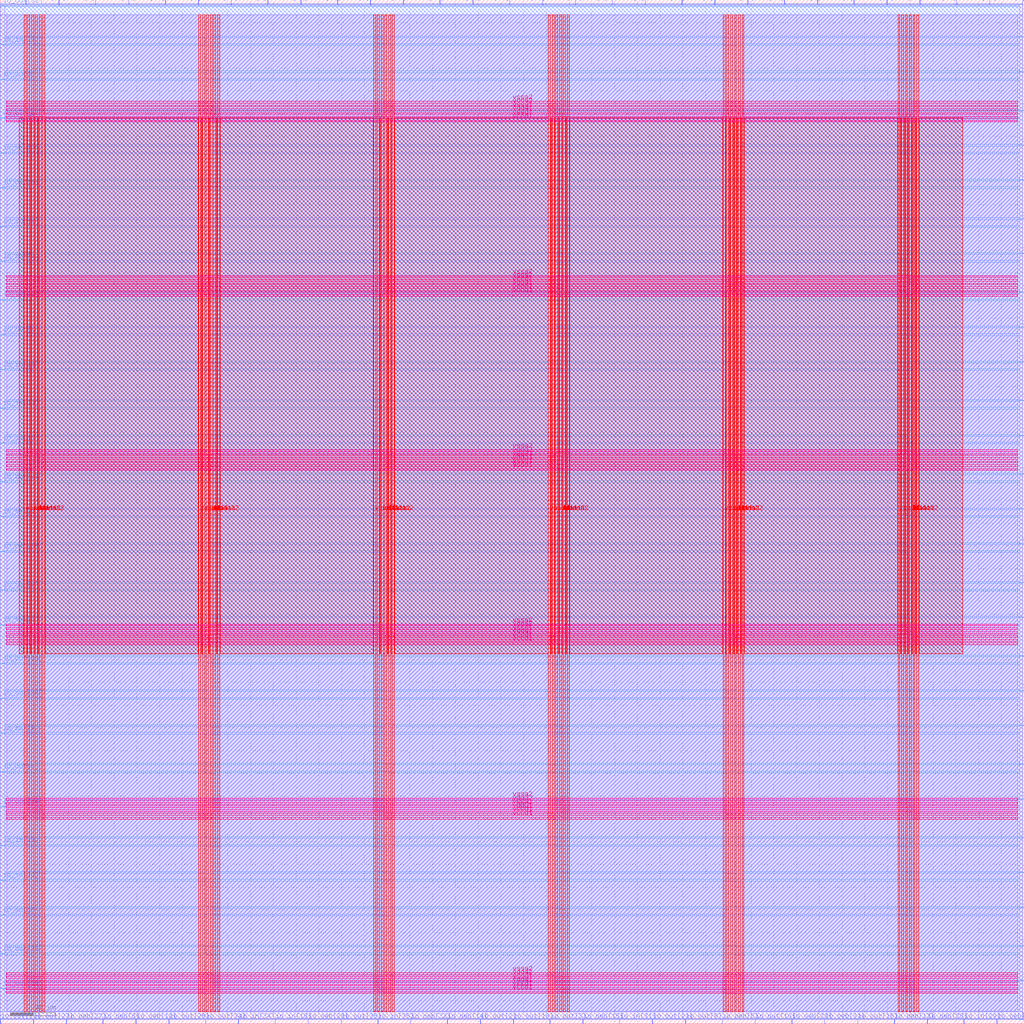
<source format=lef>
VERSION 5.7 ;
  NOWIREEXTENSIONATPIN ON ;
  DIVIDERCHAR "/" ;
  BUSBITCHARS "[]" ;
MACRO vajra_caravel_soc
  CLASS BLOCK ;
  FOREIGN vajra_caravel_soc ;
  ORIGIN 0.000 0.000 ;
  SIZE 900.000 BY 900.000 ;
  PIN io_in[0]
    DIRECTION INPUT ;
    USE SIGNAL ;
    PORT
      LAYER met3 ;
        RECT 896.000 867.040 900.000 867.640 ;
    END
  END io_in[0]
  PIN io_in[10]
    DIRECTION INPUT ;
    USE SIGNAL ;
    PORT
      LAYER met3 ;
        RECT 896.000 197.240 900.000 197.840 ;
    END
  END io_in[10]
  PIN io_in[11]
    DIRECTION INPUT ;
    USE SIGNAL ;
    PORT
      LAYER met2 ;
        RECT 112.790 896.000 113.070 900.000 ;
    END
  END io_in[11]
  PIN io_in[12]
    DIRECTION INPUT ;
    USE SIGNAL ;
    PORT
      LAYER met3 ;
        RECT 0.000 510.040 4.000 510.640 ;
    END
  END io_in[12]
  PIN io_in[13]
    DIRECTION INPUT ;
    USE SIGNAL ;
    PORT
      LAYER met2 ;
        RECT 808.310 896.000 808.590 900.000 ;
    END
  END io_in[13]
  PIN io_in[14]
    DIRECTION INPUT ;
    USE SIGNAL ;
    PORT
      LAYER met2 ;
        RECT 656.970 896.000 657.250 900.000 ;
    END
  END io_in[14]
  PIN io_in[15]
    DIRECTION INPUT ;
    USE SIGNAL ;
    PORT
      LAYER met3 ;
        RECT 0.000 574.640 4.000 575.240 ;
    END
  END io_in[15]
  PIN io_in[16]
    DIRECTION INPUT ;
    USE SIGNAL ;
    PORT
      LAYER met3 ;
        RECT 0.000 156.440 4.000 157.040 ;
    END
  END io_in[16]
  PIN io_in[17]
    DIRECTION INPUT ;
    USE SIGNAL ;
    PORT
      LAYER met2 ;
        RECT 325.310 896.000 325.590 900.000 ;
    END
  END io_in[17]
  PIN io_in[18]
    DIRECTION INPUT ;
    USE SIGNAL ;
    PORT
      LAYER met2 ;
        RECT 241.590 0.000 241.870 4.000 ;
    END
  END io_in[18]
  PIN io_in[19]
    DIRECTION INPUT ;
    USE SIGNAL ;
    PORT
      LAYER met3 ;
        RECT 0.000 125.840 4.000 126.440 ;
    END
  END io_in[19]
  PIN io_in[1]
    DIRECTION INPUT ;
    USE SIGNAL ;
    PORT
      LAYER met3 ;
        RECT 896.000 802.440 900.000 803.040 ;
    END
  END io_in[1]
  PIN io_in[20]
    DIRECTION INPUT ;
    USE SIGNAL ;
    PORT
      LAYER met3 ;
        RECT 896.000 3.440 900.000 4.040 ;
    END
  END io_in[20]
  PIN io_in[21]
    DIRECTION INPUT ;
    USE SIGNAL ;
    PORT
      LAYER met2 ;
        RECT 779.330 896.000 779.610 900.000 ;
    END
  END io_in[21]
  PIN io_in[22]
    DIRECTION INPUT ;
    USE SIGNAL ;
    PORT
      LAYER met3 ;
        RECT 0.000 635.840 4.000 636.440 ;
    END
  END io_in[22]
  PIN io_in[23]
    DIRECTION INPUT ;
    USE SIGNAL ;
    PORT
      LAYER met3 ;
        RECT 0.000 829.640 4.000 830.240 ;
    END
  END io_in[23]
  PIN io_in[24]
    DIRECTION INPUT ;
    USE SIGNAL ;
    PORT
      LAYER met3 ;
        RECT 896.000 387.640 900.000 388.240 ;
    END
  END io_in[24]
  PIN io_in[25]
    DIRECTION INPUT ;
    USE SIGNAL ;
    PORT
      LAYER met3 ;
        RECT 0.000 95.240 4.000 95.840 ;
    END
  END io_in[25]
  PIN io_in[26]
    DIRECTION INPUT ;
    USE SIGNAL ;
    PORT
      LAYER met3 ;
        RECT 0.000 860.240 4.000 860.840 ;
    END
  END io_in[26]
  PIN io_in[27]
    DIRECTION INPUT ;
    USE SIGNAL ;
    PORT
      LAYER met2 ;
        RECT 447.670 896.000 447.950 900.000 ;
    END
  END io_in[27]
  PIN io_in[28]
    DIRECTION INPUT ;
    USE SIGNAL ;
    PORT
      LAYER met3 ;
        RECT 896.000 836.440 900.000 837.040 ;
    END
  END io_in[28]
  PIN io_in[29]
    DIRECTION INPUT ;
    USE SIGNAL ;
    PORT
      LAYER met2 ;
        RECT 846.950 0.000 847.230 4.000 ;
    END
  END io_in[29]
  PIN io_in[2]
    DIRECTION INPUT ;
    USE SIGNAL ;
    PORT
      LAYER met3 ;
        RECT 896.000 261.840 900.000 262.440 ;
    END
  END io_in[2]
  PIN io_in[30]
    DIRECTION INPUT ;
    USE SIGNAL ;
    PORT
      LAYER met2 ;
        RECT 415.470 896.000 415.750 900.000 ;
    END
  END io_in[30]
  PIN io_in[31]
    DIRECTION INPUT ;
    USE SIGNAL ;
    PORT
      LAYER met2 ;
        RECT 544.270 0.000 544.550 4.000 ;
    END
  END io_in[31]
  PIN io_in[32]
    DIRECTION INPUT ;
    USE SIGNAL ;
    PORT
      LAYER met3 ;
        RECT 896.000 452.240 900.000 452.840 ;
    END
  END io_in[32]
  PIN io_in[33]
    DIRECTION INPUT ;
    USE SIGNAL ;
    PORT
      LAYER met3 ;
        RECT 0.000 540.640 4.000 541.240 ;
    END
  END io_in[33]
  PIN io_in[34]
    DIRECTION INPUT ;
    USE SIGNAL ;
    PORT
      LAYER met2 ;
        RECT 209.390 0.000 209.670 4.000 ;
    END
  END io_in[34]
  PIN io_in[35]
    DIRECTION INPUT ;
    USE SIGNAL ;
    PORT
      LAYER met2 ;
        RECT 331.750 0.000 332.030 4.000 ;
    END
  END io_in[35]
  PIN io_in[36]
    DIRECTION INPUT ;
    USE SIGNAL ;
    PORT
      LAYER met3 ;
        RECT 896.000 68.040 900.000 68.640 ;
    END
  END io_in[36]
  PIN io_in[37]
    DIRECTION INPUT ;
    USE SIGNAL ;
    PORT
      LAYER met3 ;
        RECT 0.000 700.440 4.000 701.040 ;
    END
  END io_in[37]
  PIN io_in[3]
    DIRECTION INPUT ;
    USE SIGNAL ;
    PORT
      LAYER met2 ;
        RECT 296.330 896.000 296.610 900.000 ;
    END
  END io_in[3]
  PIN io_in[4]
    DIRECTION INPUT ;
    USE SIGNAL ;
    PORT
      LAYER met3 ;
        RECT 896.000 292.440 900.000 293.040 ;
    END
  END io_in[4]
  PIN io_in[5]
    DIRECTION INPUT ;
    USE SIGNAL ;
    PORT
      LAYER met3 ;
        RECT 896.000 482.840 900.000 483.440 ;
    END
  END io_in[5]
  PIN io_in[6]
    DIRECTION INPUT ;
    USE SIGNAL ;
    PORT
      LAYER met2 ;
        RECT 505.630 896.000 505.910 900.000 ;
    END
  END io_in[6]
  PIN io_in[7]
    DIRECTION INPUT ;
    USE SIGNAL ;
    PORT
      LAYER met3 ;
        RECT 896.000 357.040 900.000 357.640 ;
    END
  END io_in[7]
  PIN io_in[8]
    DIRECTION INPUT ;
    USE SIGNAL ;
    PORT
      LAYER met2 ;
        RECT 537.830 896.000 538.110 900.000 ;
    END
  END io_in[8]
  PIN io_in[9]
    DIRECTION INPUT ;
    USE SIGNAL ;
    PORT
      LAYER met2 ;
        RECT 599.010 896.000 599.290 900.000 ;
    END
  END io_in[9]
  PIN io_oeb[0]
    DIRECTION OUTPUT TRISTATE ;
    USE SIGNAL ;
    PORT
      LAYER met2 ;
        RECT 718.150 896.000 718.430 900.000 ;
    END
  END io_oeb[0]
  PIN io_oeb[10]
    DIRECTION OUTPUT TRISTATE ;
    USE SIGNAL ;
    PORT
      LAYER met2 ;
        RECT 898.470 896.000 898.750 900.000 ;
    END
  END io_oeb[10]
  PIN io_oeb[11]
    DIRECTION OUTPUT TRISTATE ;
    USE SIGNAL ;
    PORT
      LAYER met3 ;
        RECT 896.000 741.240 900.000 741.840 ;
    END
  END io_oeb[11]
  PIN io_oeb[12]
    DIRECTION OUTPUT TRISTATE ;
    USE SIGNAL ;
    PORT
      LAYER met2 ;
        RECT 119.230 0.000 119.510 4.000 ;
    END
  END io_oeb[12]
  PIN io_oeb[13]
    DIRECTION OUTPUT TRISTATE ;
    USE SIGNAL ;
    PORT
      LAYER met2 ;
        RECT 173.970 896.000 174.250 900.000 ;
    END
  END io_oeb[13]
  PIN io_oeb[14]
    DIRECTION OUTPUT TRISTATE ;
    USE SIGNAL ;
    PORT
      LAYER met2 ;
        RECT 392.930 0.000 393.210 4.000 ;
    END
  END io_oeb[14]
  PIN io_oeb[15]
    DIRECTION OUTPUT TRISTATE ;
    USE SIGNAL ;
    PORT
      LAYER met2 ;
        RECT 512.070 0.000 512.350 4.000 ;
    END
  END io_oeb[15]
  PIN io_oeb[16]
    DIRECTION OUTPUT TRISTATE ;
    USE SIGNAL ;
    PORT
      LAYER met3 ;
        RECT 896.000 771.840 900.000 772.440 ;
    END
  END io_oeb[16]
  PIN io_oeb[17]
    DIRECTION OUTPUT TRISTATE ;
    USE SIGNAL ;
    PORT
      LAYER met2 ;
        RECT 785.770 0.000 786.050 4.000 ;
    END
  END io_oeb[17]
  PIN io_oeb[18]
    DIRECTION OUTPUT TRISTATE ;
    USE SIGNAL ;
    PORT
      LAYER met3 ;
        RECT 896.000 581.440 900.000 582.040 ;
    END
  END io_oeb[18]
  PIN io_oeb[19]
    DIRECTION OUTPUT TRISTATE ;
    USE SIGNAL ;
    PORT
      LAYER met2 ;
        RECT 386.490 896.000 386.770 900.000 ;
    END
  END io_oeb[19]
  PIN io_oeb[1]
    DIRECTION OUTPUT TRISTATE ;
    USE SIGNAL ;
    PORT
      LAYER met3 ;
        RECT 0.000 445.440 4.000 446.040 ;
    END
  END io_oeb[1]
  PIN io_oeb[20]
    DIRECTION OUTPUT TRISTATE ;
    USE SIGNAL ;
    PORT
      LAYER met2 ;
        RECT 235.150 896.000 235.430 900.000 ;
    END
  END io_oeb[20]
  PIN io_oeb[21]
    DIRECTION OUTPUT TRISTATE ;
    USE SIGNAL ;
    PORT
      LAYER met2 ;
        RECT 476.650 896.000 476.930 900.000 ;
    END
  END io_oeb[21]
  PIN io_oeb[22]
    DIRECTION OUTPUT TRISTATE ;
    USE SIGNAL ;
    PORT
      LAYER met2 ;
        RECT 695.610 0.000 695.890 4.000 ;
    END
  END io_oeb[22]
  PIN io_oeb[23]
    DIRECTION OUTPUT TRISTATE ;
    USE SIGNAL ;
    PORT
      LAYER met2 ;
        RECT 270.570 0.000 270.850 4.000 ;
    END
  END io_oeb[23]
  PIN io_oeb[24]
    DIRECTION OUTPUT TRISTATE ;
    USE SIGNAL ;
    PORT
      LAYER met3 ;
        RECT 896.000 227.840 900.000 228.440 ;
    END
  END io_oeb[24]
  PIN io_oeb[25]
    DIRECTION OUTPUT TRISTATE ;
    USE SIGNAL ;
    PORT
      LAYER met2 ;
        RECT 264.130 896.000 264.410 900.000 ;
    END
  END io_oeb[25]
  PIN io_oeb[26]
    DIRECTION OUTPUT TRISTATE ;
    USE SIGNAL ;
    PORT
      LAYER met3 ;
        RECT 896.000 612.040 900.000 612.640 ;
    END
  END io_oeb[26]
  PIN io_oeb[27]
    DIRECTION OUTPUT TRISTATE ;
    USE SIGNAL ;
    PORT
      LAYER met2 ;
        RECT 58.050 0.000 58.330 4.000 ;
    END
  END io_oeb[27]
  PIN io_oeb[28]
    DIRECTION OUTPUT TRISTATE ;
    USE SIGNAL ;
    PORT
      LAYER met2 ;
        RECT 814.750 0.000 815.030 4.000 ;
    END
  END io_oeb[28]
  PIN io_oeb[29]
    DIRECTION OUTPUT TRISTATE ;
    USE SIGNAL ;
    PORT
      LAYER met3 ;
        RECT 896.000 163.240 900.000 163.840 ;
    END
  END io_oeb[29]
  PIN io_oeb[2]
    DIRECTION OUTPUT TRISTATE ;
    USE SIGNAL ;
    PORT
      LAYER met2 ;
        RECT 869.490 896.000 869.770 900.000 ;
    END
  END io_oeb[2]
  PIN io_oeb[30]
    DIRECTION OUTPUT TRISTATE ;
    USE SIGNAL ;
    PORT
      LAYER met3 ;
        RECT 0.000 765.040 4.000 765.640 ;
    END
  END io_oeb[30]
  PIN io_oeb[31]
    DIRECTION OUTPUT TRISTATE ;
    USE SIGNAL ;
    PORT
      LAYER met2 ;
        RECT 724.590 0.000 724.870 4.000 ;
    END
  END io_oeb[31]
  PIN io_oeb[32]
    DIRECTION OUTPUT TRISTATE ;
    USE SIGNAL ;
    PORT
      LAYER met2 ;
        RECT 360.730 0.000 361.010 4.000 ;
    END
  END io_oeb[32]
  PIN io_oeb[33]
    DIRECTION OUTPUT TRISTATE ;
    USE SIGNAL ;
    PORT
      LAYER met3 ;
        RECT 0.000 734.440 4.000 735.040 ;
    END
  END io_oeb[33]
  PIN io_oeb[34]
    DIRECTION OUTPUT TRISTATE ;
    USE SIGNAL ;
    PORT
      LAYER met3 ;
        RECT 896.000 676.640 900.000 677.240 ;
    END
  END io_oeb[34]
  PIN io_oeb[35]
    DIRECTION OUTPUT TRISTATE ;
    USE SIGNAL ;
    PORT
      LAYER met3 ;
        RECT 0.000 414.840 4.000 415.440 ;
    END
  END io_oeb[35]
  PIN io_oeb[36]
    DIRECTION OUTPUT TRISTATE ;
    USE SIGNAL ;
    PORT
      LAYER met3 ;
        RECT 896.000 37.440 900.000 38.040 ;
    END
  END io_oeb[36]
  PIN io_oeb[37]
    DIRECTION OUTPUT TRISTATE ;
    USE SIGNAL ;
    PORT
      LAYER met2 ;
        RECT 22.630 896.000 22.910 900.000 ;
    END
  END io_oeb[37]
  PIN io_oeb[3]
    DIRECTION OUTPUT TRISTATE ;
    USE SIGNAL ;
    PORT
      LAYER met2 ;
        RECT 144.990 896.000 145.270 900.000 ;
    END
  END io_oeb[3]
  PIN io_oeb[4]
    DIRECTION OUTPUT TRISTATE ;
    USE SIGNAL ;
    PORT
      LAYER met3 ;
        RECT 0.000 605.240 4.000 605.840 ;
    END
  END io_oeb[4]
  PIN io_oeb[5]
    DIRECTION OUTPUT TRISTATE ;
    USE SIGNAL ;
    PORT
      LAYER met2 ;
        RECT 634.430 0.000 634.710 4.000 ;
    END
  END io_oeb[5]
  PIN io_oeb[6]
    DIRECTION OUTPUT TRISTATE ;
    USE SIGNAL ;
    PORT
      LAYER met2 ;
        RECT 90.250 0.000 90.530 4.000 ;
    END
  END io_oeb[6]
  PIN io_oeb[7]
    DIRECTION OUTPUT TRISTATE ;
    USE SIGNAL ;
    PORT
      LAYER met3 ;
        RECT 0.000 380.840 4.000 381.440 ;
    END
  END io_oeb[7]
  PIN io_oeb[8]
    DIRECTION OUTPUT TRISTATE ;
    USE SIGNAL ;
    PORT
      LAYER met2 ;
        RECT 875.930 0.000 876.210 4.000 ;
    END
  END io_oeb[8]
  PIN io_oeb[9]
    DIRECTION OUTPUT TRISTATE ;
    USE SIGNAL ;
    PORT
      LAYER met3 ;
        RECT 896.000 516.840 900.000 517.440 ;
    END
  END io_oeb[9]
  PIN io_out[0]
    DIRECTION OUTPUT TRISTATE ;
    USE SIGNAL ;
    ANTENNADIFFAREA 0.795200 ;
    PORT
      LAYER met3 ;
        RECT 896.000 323.040 900.000 323.640 ;
    END
  END io_out[0]
  PIN io_out[10]
    DIRECTION OUTPUT TRISTATE ;
    USE SIGNAL ;
    PORT
      LAYER met2 ;
        RECT 663.410 0.000 663.690 4.000 ;
    END
  END io_out[10]
  PIN io_out[11]
    DIRECTION OUTPUT TRISTATE ;
    USE SIGNAL ;
    PORT
      LAYER met3 ;
        RECT 0.000 669.840 4.000 670.440 ;
    END
  END io_out[11]
  PIN io_out[12]
    DIRECTION OUTPUT TRISTATE ;
    USE SIGNAL ;
    PORT
      LAYER met3 ;
        RECT 896.000 132.640 900.000 133.240 ;
    END
  END io_out[12]
  PIN io_out[13]
    DIRECTION OUTPUT TRISTATE ;
    USE SIGNAL ;
    PORT
      LAYER met3 ;
        RECT 0.000 476.040 4.000 476.640 ;
    END
  END io_out[13]
  PIN io_out[14]
    DIRECTION OUTPUT TRISTATE ;
    USE SIGNAL ;
    PORT
      LAYER met3 ;
        RECT 0.000 30.640 4.000 31.240 ;
    END
  END io_out[14]
  PIN io_out[15]
    DIRECTION OUTPUT TRISTATE ;
    USE SIGNAL ;
    PORT
      LAYER met3 ;
        RECT 896.000 642.640 900.000 643.240 ;
    END
  END io_out[15]
  PIN io_out[16]
    DIRECTION OUTPUT TRISTATE ;
    USE SIGNAL ;
    PORT
      LAYER met2 ;
        RECT 753.570 0.000 753.850 4.000 ;
    END
  END io_out[16]
  PIN io_out[17]
    DIRECTION OUTPUT TRISTATE ;
    USE SIGNAL ;
    PORT
      LAYER met3 ;
        RECT 896.000 707.240 900.000 707.840 ;
    END
  END io_out[17]
  PIN io_out[18]
    DIRECTION OUTPUT TRISTATE ;
    USE SIGNAL ;
    PORT
      LAYER met2 ;
        RECT 450.890 0.000 451.170 4.000 ;
    END
  END io_out[18]
  PIN io_out[19]
    DIRECTION OUTPUT TRISTATE ;
    USE SIGNAL ;
    PORT
      LAYER met3 ;
        RECT 0.000 190.440 4.000 191.040 ;
    END
  END io_out[19]
  PIN io_out[1]
    DIRECTION OUTPUT TRISTATE ;
    USE SIGNAL ;
    PORT
      LAYER met3 ;
        RECT 0.000 350.240 4.000 350.840 ;
    END
  END io_out[1]
  PIN io_out[20]
    DIRECTION OUTPUT TRISTATE ;
    USE SIGNAL ;
    PORT
      LAYER met2 ;
        RECT 0.090 0.000 0.370 4.000 ;
    END
  END io_out[20]
  PIN io_out[21]
    DIRECTION OUTPUT TRISTATE ;
    USE SIGNAL ;
    PORT
      LAYER met2 ;
        RECT 573.250 0.000 573.530 4.000 ;
    END
  END io_out[21]
  PIN io_out[22]
    DIRECTION OUTPUT TRISTATE ;
    USE SIGNAL ;
    PORT
      LAYER met2 ;
        RECT 83.810 896.000 84.090 900.000 ;
    END
  END io_out[22]
  PIN io_out[23]
    DIRECTION OUTPUT TRISTATE ;
    USE SIGNAL ;
    PORT
      LAYER met2 ;
        RECT 354.290 896.000 354.570 900.000 ;
    END
  END io_out[23]
  PIN io_out[24]
    DIRECTION OUTPUT TRISTATE ;
    USE SIGNAL ;
    PORT
      LAYER met2 ;
        RECT 627.990 896.000 628.270 900.000 ;
    END
  END io_out[24]
  PIN io_out[25]
    DIRECTION OUTPUT TRISTATE ;
    USE SIGNAL ;
    PORT
      LAYER met3 ;
        RECT 0.000 61.240 4.000 61.840 ;
    END
  END io_out[25]
  PIN io_out[26]
    DIRECTION OUTPUT TRISTATE ;
    USE SIGNAL ;
    PORT
      LAYER met2 ;
        RECT 148.210 0.000 148.490 4.000 ;
    END
  END io_out[26]
  PIN io_out[27]
    DIRECTION OUTPUT TRISTATE ;
    USE SIGNAL ;
    PORT
      LAYER met2 ;
        RECT 29.070 0.000 29.350 4.000 ;
    END
  END io_out[27]
  PIN io_out[28]
    DIRECTION OUTPUT TRISTATE ;
    USE SIGNAL ;
    PORT
      LAYER met2 ;
        RECT 750.350 896.000 750.630 900.000 ;
    END
  END io_out[28]
  PIN io_out[29]
    DIRECTION OUTPUT TRISTATE ;
    USE SIGNAL ;
    PORT
      LAYER met2 ;
        RECT 566.810 896.000 567.090 900.000 ;
    END
  END io_out[29]
  PIN io_out[2]
    DIRECTION OUTPUT TRISTATE ;
    USE SIGNAL ;
    PORT
      LAYER met2 ;
        RECT 421.910 0.000 422.190 4.000 ;
    END
  END io_out[2]
  PIN io_out[30]
    DIRECTION OUTPUT TRISTATE ;
    USE SIGNAL ;
    PORT
      LAYER met2 ;
        RECT 840.510 896.000 840.790 900.000 ;
    END
  END io_out[30]
  PIN io_out[31]
    DIRECTION OUTPUT TRISTATE ;
    USE SIGNAL ;
    PORT
      LAYER met3 ;
        RECT 896.000 102.040 900.000 102.640 ;
    END
  END io_out[31]
  PIN io_out[32]
    DIRECTION OUTPUT TRISTATE ;
    USE SIGNAL ;
    PORT
      LAYER met3 ;
        RECT 0.000 894.240 4.000 894.840 ;
    END
  END io_out[32]
  PIN io_out[33]
    DIRECTION OUTPUT TRISTATE ;
    USE SIGNAL ;
    PORT
      LAYER met3 ;
        RECT 0.000 316.240 4.000 316.840 ;
    END
  END io_out[33]
  PIN io_out[34]
    DIRECTION OUTPUT TRISTATE ;
    USE SIGNAL ;
    PORT
      LAYER met2 ;
        RECT 180.410 0.000 180.690 4.000 ;
    END
  END io_out[34]
  PIN io_out[35]
    DIRECTION OUTPUT TRISTATE ;
    USE SIGNAL ;
    PORT
      LAYER met2 ;
        RECT 299.550 0.000 299.830 4.000 ;
    END
  END io_out[35]
  PIN io_out[36]
    DIRECTION OUTPUT TRISTATE ;
    USE SIGNAL ;
    PORT
      LAYER met3 ;
        RECT 0.000 285.640 4.000 286.240 ;
    END
  END io_out[36]
  PIN io_out[37]
    DIRECTION OUTPUT TRISTATE ;
    USE SIGNAL ;
    PORT
      LAYER met3 ;
        RECT 896.000 547.440 900.000 548.040 ;
    END
  END io_out[37]
  PIN io_out[3]
    DIRECTION OUTPUT TRISTATE ;
    USE SIGNAL ;
    PORT
      LAYER met2 ;
        RECT 483.090 0.000 483.370 4.000 ;
    END
  END io_out[3]
  PIN io_out[4]
    DIRECTION OUTPUT TRISTATE ;
    USE SIGNAL ;
    PORT
      LAYER met3 ;
        RECT 0.000 221.040 4.000 221.640 ;
    END
  END io_out[4]
  PIN io_out[5]
    DIRECTION OUTPUT TRISTATE ;
    USE SIGNAL ;
    PORT
      LAYER met2 ;
        RECT 689.170 896.000 689.450 900.000 ;
    END
  END io_out[5]
  PIN io_out[6]
    DIRECTION OUTPUT TRISTATE ;
    USE SIGNAL ;
    PORT
      LAYER met2 ;
        RECT 51.610 896.000 51.890 900.000 ;
    END
  END io_out[6]
  PIN io_out[7]
    DIRECTION OUTPUT TRISTATE ;
    USE SIGNAL ;
    PORT
      LAYER met2 ;
        RECT 202.950 896.000 203.230 900.000 ;
    END
  END io_out[7]
  PIN io_out[8]
    DIRECTION OUTPUT TRISTATE ;
    USE SIGNAL ;
    PORT
      LAYER met2 ;
        RECT 602.230 0.000 602.510 4.000 ;
    END
  END io_out[8]
  PIN io_out[9]
    DIRECTION OUTPUT TRISTATE ;
    USE SIGNAL ;
    PORT
      LAYER met3 ;
        RECT 0.000 255.040 4.000 255.640 ;
    END
  END io_out[9]
  PIN vccd1
    DIRECTION INOUT ;
    USE POWER ;
    PORT
      LAYER met4 ;
        RECT 21.040 10.640 22.640 886.960 ;
    END
    PORT
      LAYER met4 ;
        RECT 174.640 10.640 176.240 886.960 ;
    END
    PORT
      LAYER met4 ;
        RECT 328.240 10.640 329.840 886.960 ;
    END
    PORT
      LAYER met4 ;
        RECT 481.840 10.640 483.440 886.960 ;
    END
    PORT
      LAYER met4 ;
        RECT 635.440 10.640 637.040 886.960 ;
    END
    PORT
      LAYER met4 ;
        RECT 789.040 10.640 790.640 886.960 ;
    END
    PORT
      LAYER met5 ;
        RECT 5.280 26.730 894.480 28.330 ;
    END
    PORT
      LAYER met5 ;
        RECT 5.280 179.910 894.480 181.510 ;
    END
    PORT
      LAYER met5 ;
        RECT 5.280 333.090 894.480 334.690 ;
    END
    PORT
      LAYER met5 ;
        RECT 5.280 486.270 894.480 487.870 ;
    END
    PORT
      LAYER met5 ;
        RECT 5.280 639.450 894.480 641.050 ;
    END
    PORT
      LAYER met5 ;
        RECT 5.280 792.630 894.480 794.230 ;
    END
  END vccd1
  PIN vdda1
    DIRECTION INOUT ;
    USE POWER ;
    PORT
      LAYER met4 ;
        RECT 27.640 10.640 29.240 886.960 ;
    END
    PORT
      LAYER met4 ;
        RECT 181.240 10.640 182.840 886.960 ;
    END
    PORT
      LAYER met4 ;
        RECT 334.840 10.640 336.440 886.960 ;
    END
    PORT
      LAYER met4 ;
        RECT 488.440 10.640 490.040 886.960 ;
    END
    PORT
      LAYER met4 ;
        RECT 642.040 10.640 643.640 886.960 ;
    END
    PORT
      LAYER met4 ;
        RECT 795.640 10.640 797.240 886.960 ;
    END
    PORT
      LAYER met5 ;
        RECT 5.280 33.330 894.480 34.930 ;
    END
    PORT
      LAYER met5 ;
        RECT 5.280 186.510 894.480 188.110 ;
    END
    PORT
      LAYER met5 ;
        RECT 5.280 339.690 894.480 341.290 ;
    END
    PORT
      LAYER met5 ;
        RECT 5.280 492.870 894.480 494.470 ;
    END
    PORT
      LAYER met5 ;
        RECT 5.280 646.050 894.480 647.650 ;
    END
    PORT
      LAYER met5 ;
        RECT 5.280 799.230 894.480 800.830 ;
    END
  END vdda1
  PIN vdda2
    DIRECTION INOUT ;
    USE POWER ;
    PORT
      LAYER met4 ;
        RECT 34.240 10.640 35.840 886.960 ;
    END
    PORT
      LAYER met4 ;
        RECT 187.840 10.640 189.440 886.960 ;
    END
    PORT
      LAYER met4 ;
        RECT 341.440 10.640 343.040 886.960 ;
    END
    PORT
      LAYER met4 ;
        RECT 495.040 10.640 496.640 886.960 ;
    END
    PORT
      LAYER met4 ;
        RECT 648.640 10.640 650.240 886.960 ;
    END
    PORT
      LAYER met4 ;
        RECT 802.240 10.640 803.840 886.960 ;
    END
    PORT
      LAYER met5 ;
        RECT 5.280 39.930 894.480 41.530 ;
    END
    PORT
      LAYER met5 ;
        RECT 5.280 193.110 894.480 194.710 ;
    END
    PORT
      LAYER met5 ;
        RECT 5.280 346.290 894.480 347.890 ;
    END
    PORT
      LAYER met5 ;
        RECT 5.280 499.470 894.480 501.070 ;
    END
    PORT
      LAYER met5 ;
        RECT 5.280 652.650 894.480 654.250 ;
    END
    PORT
      LAYER met5 ;
        RECT 5.280 805.830 894.480 807.430 ;
    END
  END vdda2
  PIN vssa1
    DIRECTION INOUT ;
    USE GROUND ;
    PORT
      LAYER met4 ;
        RECT 30.940 10.640 32.540 886.960 ;
    END
    PORT
      LAYER met4 ;
        RECT 184.540 10.640 186.140 886.960 ;
    END
    PORT
      LAYER met4 ;
        RECT 338.140 10.640 339.740 886.960 ;
    END
    PORT
      LAYER met4 ;
        RECT 491.740 10.640 493.340 886.960 ;
    END
    PORT
      LAYER met4 ;
        RECT 645.340 10.640 646.940 886.960 ;
    END
    PORT
      LAYER met4 ;
        RECT 798.940 10.640 800.540 886.960 ;
    END
    PORT
      LAYER met5 ;
        RECT 5.280 36.630 894.480 38.230 ;
    END
    PORT
      LAYER met5 ;
        RECT 5.280 189.810 894.480 191.410 ;
    END
    PORT
      LAYER met5 ;
        RECT 5.280 342.990 894.480 344.590 ;
    END
    PORT
      LAYER met5 ;
        RECT 5.280 496.170 894.480 497.770 ;
    END
    PORT
      LAYER met5 ;
        RECT 5.280 649.350 894.480 650.950 ;
    END
    PORT
      LAYER met5 ;
        RECT 5.280 802.530 894.480 804.130 ;
    END
  END vssa1
  PIN vssa2
    DIRECTION INOUT ;
    USE GROUND ;
    PORT
      LAYER met4 ;
        RECT 37.540 10.640 39.140 886.960 ;
    END
    PORT
      LAYER met4 ;
        RECT 191.140 10.640 192.740 886.960 ;
    END
    PORT
      LAYER met4 ;
        RECT 344.740 10.640 346.340 886.960 ;
    END
    PORT
      LAYER met4 ;
        RECT 498.340 10.640 499.940 886.960 ;
    END
    PORT
      LAYER met4 ;
        RECT 651.940 10.640 653.540 886.960 ;
    END
    PORT
      LAYER met4 ;
        RECT 805.540 10.640 807.140 886.960 ;
    END
    PORT
      LAYER met5 ;
        RECT 5.280 43.230 894.480 44.830 ;
    END
    PORT
      LAYER met5 ;
        RECT 5.280 196.410 894.480 198.010 ;
    END
    PORT
      LAYER met5 ;
        RECT 5.280 349.590 894.480 351.190 ;
    END
    PORT
      LAYER met5 ;
        RECT 5.280 502.770 894.480 504.370 ;
    END
    PORT
      LAYER met5 ;
        RECT 5.280 655.950 894.480 657.550 ;
    END
    PORT
      LAYER met5 ;
        RECT 5.280 809.130 894.480 810.730 ;
    END
  END vssa2
  PIN vssd1
    DIRECTION INOUT ;
    USE GROUND ;
    PORT
      LAYER met4 ;
        RECT 24.340 10.640 25.940 886.960 ;
    END
    PORT
      LAYER met4 ;
        RECT 177.940 10.640 179.540 886.960 ;
    END
    PORT
      LAYER met4 ;
        RECT 331.540 10.640 333.140 886.960 ;
    END
    PORT
      LAYER met4 ;
        RECT 485.140 10.640 486.740 886.960 ;
    END
    PORT
      LAYER met4 ;
        RECT 638.740 10.640 640.340 886.960 ;
    END
    PORT
      LAYER met4 ;
        RECT 792.340 10.640 793.940 886.960 ;
    END
    PORT
      LAYER met5 ;
        RECT 5.280 30.030 894.480 31.630 ;
    END
    PORT
      LAYER met5 ;
        RECT 5.280 183.210 894.480 184.810 ;
    END
    PORT
      LAYER met5 ;
        RECT 5.280 336.390 894.480 337.990 ;
    END
    PORT
      LAYER met5 ;
        RECT 5.280 489.570 894.480 491.170 ;
    END
    PORT
      LAYER met5 ;
        RECT 5.280 642.750 894.480 644.350 ;
    END
    PORT
      LAYER met5 ;
        RECT 5.280 795.930 894.480 797.530 ;
    END
  END vssd1
  PIN wb_clk_i
    DIRECTION INPUT ;
    USE SIGNAL ;
    ANTENNAGATEAREA 1.721400 ;
    ANTENNADIFFAREA 0.869400 ;
    PORT
      LAYER met3 ;
        RECT 0.000 795.640 4.000 796.240 ;
    END
  END wb_clk_i
  PIN wb_rst_i
    DIRECTION INPUT ;
    USE SIGNAL ;
    ANTENNAGATEAREA 0.196500 ;
    PORT
      LAYER met3 ;
        RECT 896.000 421.640 900.000 422.240 ;
    END
  END wb_rst_i
  OBS
      LAYER li1 ;
        RECT 5.520 10.795 894.240 886.805 ;
      LAYER met1 ;
        RECT 0.070 10.640 898.770 886.960 ;
      LAYER met2 ;
        RECT 0.100 895.720 22.350 896.650 ;
        RECT 23.190 895.720 51.330 896.650 ;
        RECT 52.170 895.720 83.530 896.650 ;
        RECT 84.370 895.720 112.510 896.650 ;
        RECT 113.350 895.720 144.710 896.650 ;
        RECT 145.550 895.720 173.690 896.650 ;
        RECT 174.530 895.720 202.670 896.650 ;
        RECT 203.510 895.720 234.870 896.650 ;
        RECT 235.710 895.720 263.850 896.650 ;
        RECT 264.690 895.720 296.050 896.650 ;
        RECT 296.890 895.720 325.030 896.650 ;
        RECT 325.870 895.720 354.010 896.650 ;
        RECT 354.850 895.720 386.210 896.650 ;
        RECT 387.050 895.720 415.190 896.650 ;
        RECT 416.030 895.720 447.390 896.650 ;
        RECT 448.230 895.720 476.370 896.650 ;
        RECT 477.210 895.720 505.350 896.650 ;
        RECT 506.190 895.720 537.550 896.650 ;
        RECT 538.390 895.720 566.530 896.650 ;
        RECT 567.370 895.720 598.730 896.650 ;
        RECT 599.570 895.720 627.710 896.650 ;
        RECT 628.550 895.720 656.690 896.650 ;
        RECT 657.530 895.720 688.890 896.650 ;
        RECT 689.730 895.720 717.870 896.650 ;
        RECT 718.710 895.720 750.070 896.650 ;
        RECT 750.910 895.720 779.050 896.650 ;
        RECT 779.890 895.720 808.030 896.650 ;
        RECT 808.870 895.720 840.230 896.650 ;
        RECT 841.070 895.720 869.210 896.650 ;
        RECT 870.050 895.720 898.190 896.650 ;
        RECT 0.100 4.280 898.740 895.720 ;
        RECT 0.650 4.000 28.790 4.280 ;
        RECT 29.630 4.000 57.770 4.280 ;
        RECT 58.610 4.000 89.970 4.280 ;
        RECT 90.810 4.000 118.950 4.280 ;
        RECT 119.790 4.000 147.930 4.280 ;
        RECT 148.770 4.000 180.130 4.280 ;
        RECT 180.970 4.000 209.110 4.280 ;
        RECT 209.950 4.000 241.310 4.280 ;
        RECT 242.150 4.000 270.290 4.280 ;
        RECT 271.130 4.000 299.270 4.280 ;
        RECT 300.110 4.000 331.470 4.280 ;
        RECT 332.310 4.000 360.450 4.280 ;
        RECT 361.290 4.000 392.650 4.280 ;
        RECT 393.490 4.000 421.630 4.280 ;
        RECT 422.470 4.000 450.610 4.280 ;
        RECT 451.450 4.000 482.810 4.280 ;
        RECT 483.650 4.000 511.790 4.280 ;
        RECT 512.630 4.000 543.990 4.280 ;
        RECT 544.830 4.000 572.970 4.280 ;
        RECT 573.810 4.000 601.950 4.280 ;
        RECT 602.790 4.000 634.150 4.280 ;
        RECT 634.990 4.000 663.130 4.280 ;
        RECT 663.970 4.000 695.330 4.280 ;
        RECT 696.170 4.000 724.310 4.280 ;
        RECT 725.150 4.000 753.290 4.280 ;
        RECT 754.130 4.000 785.490 4.280 ;
        RECT 786.330 4.000 814.470 4.280 ;
        RECT 815.310 4.000 846.670 4.280 ;
        RECT 847.510 4.000 875.650 4.280 ;
        RECT 876.490 4.000 898.740 4.280 ;
      LAYER met3 ;
        RECT 4.400 893.840 896.000 894.705 ;
        RECT 3.990 868.040 896.000 893.840 ;
        RECT 3.990 866.640 895.600 868.040 ;
        RECT 3.990 861.240 896.000 866.640 ;
        RECT 4.400 859.840 896.000 861.240 ;
        RECT 3.990 837.440 896.000 859.840 ;
        RECT 3.990 836.040 895.600 837.440 ;
        RECT 3.990 830.640 896.000 836.040 ;
        RECT 4.400 829.240 896.000 830.640 ;
        RECT 3.990 803.440 896.000 829.240 ;
        RECT 3.990 802.040 895.600 803.440 ;
        RECT 3.990 796.640 896.000 802.040 ;
        RECT 4.400 795.240 896.000 796.640 ;
        RECT 3.990 772.840 896.000 795.240 ;
        RECT 3.990 771.440 895.600 772.840 ;
        RECT 3.990 766.040 896.000 771.440 ;
        RECT 4.400 764.640 896.000 766.040 ;
        RECT 3.990 742.240 896.000 764.640 ;
        RECT 3.990 740.840 895.600 742.240 ;
        RECT 3.990 735.440 896.000 740.840 ;
        RECT 4.400 734.040 896.000 735.440 ;
        RECT 3.990 708.240 896.000 734.040 ;
        RECT 3.990 706.840 895.600 708.240 ;
        RECT 3.990 701.440 896.000 706.840 ;
        RECT 4.400 700.040 896.000 701.440 ;
        RECT 3.990 677.640 896.000 700.040 ;
        RECT 3.990 676.240 895.600 677.640 ;
        RECT 3.990 670.840 896.000 676.240 ;
        RECT 4.400 669.440 896.000 670.840 ;
        RECT 3.990 643.640 896.000 669.440 ;
        RECT 3.990 642.240 895.600 643.640 ;
        RECT 3.990 636.840 896.000 642.240 ;
        RECT 4.400 635.440 896.000 636.840 ;
        RECT 3.990 613.040 896.000 635.440 ;
        RECT 3.990 611.640 895.600 613.040 ;
        RECT 3.990 606.240 896.000 611.640 ;
        RECT 4.400 604.840 896.000 606.240 ;
        RECT 3.990 582.440 896.000 604.840 ;
        RECT 3.990 581.040 895.600 582.440 ;
        RECT 3.990 575.640 896.000 581.040 ;
        RECT 4.400 574.240 896.000 575.640 ;
        RECT 3.990 548.440 896.000 574.240 ;
        RECT 3.990 547.040 895.600 548.440 ;
        RECT 3.990 541.640 896.000 547.040 ;
        RECT 4.400 540.240 896.000 541.640 ;
        RECT 3.990 517.840 896.000 540.240 ;
        RECT 3.990 516.440 895.600 517.840 ;
        RECT 3.990 511.040 896.000 516.440 ;
        RECT 4.400 509.640 896.000 511.040 ;
        RECT 3.990 483.840 896.000 509.640 ;
        RECT 3.990 482.440 895.600 483.840 ;
        RECT 3.990 477.040 896.000 482.440 ;
        RECT 4.400 475.640 896.000 477.040 ;
        RECT 3.990 453.240 896.000 475.640 ;
        RECT 3.990 451.840 895.600 453.240 ;
        RECT 3.990 446.440 896.000 451.840 ;
        RECT 4.400 445.040 896.000 446.440 ;
        RECT 3.990 422.640 896.000 445.040 ;
        RECT 3.990 421.240 895.600 422.640 ;
        RECT 3.990 415.840 896.000 421.240 ;
        RECT 4.400 414.440 896.000 415.840 ;
        RECT 3.990 388.640 896.000 414.440 ;
        RECT 3.990 387.240 895.600 388.640 ;
        RECT 3.990 381.840 896.000 387.240 ;
        RECT 4.400 380.440 896.000 381.840 ;
        RECT 3.990 358.040 896.000 380.440 ;
        RECT 3.990 356.640 895.600 358.040 ;
        RECT 3.990 351.240 896.000 356.640 ;
        RECT 4.400 349.840 896.000 351.240 ;
        RECT 3.990 324.040 896.000 349.840 ;
        RECT 3.990 322.640 895.600 324.040 ;
        RECT 3.990 317.240 896.000 322.640 ;
        RECT 4.400 315.840 896.000 317.240 ;
        RECT 3.990 293.440 896.000 315.840 ;
        RECT 3.990 292.040 895.600 293.440 ;
        RECT 3.990 286.640 896.000 292.040 ;
        RECT 4.400 285.240 896.000 286.640 ;
        RECT 3.990 262.840 896.000 285.240 ;
        RECT 3.990 261.440 895.600 262.840 ;
        RECT 3.990 256.040 896.000 261.440 ;
        RECT 4.400 254.640 896.000 256.040 ;
        RECT 3.990 228.840 896.000 254.640 ;
        RECT 3.990 227.440 895.600 228.840 ;
        RECT 3.990 222.040 896.000 227.440 ;
        RECT 4.400 220.640 896.000 222.040 ;
        RECT 3.990 198.240 896.000 220.640 ;
        RECT 3.990 196.840 895.600 198.240 ;
        RECT 3.990 191.440 896.000 196.840 ;
        RECT 4.400 190.040 896.000 191.440 ;
        RECT 3.990 164.240 896.000 190.040 ;
        RECT 3.990 162.840 895.600 164.240 ;
        RECT 3.990 157.440 896.000 162.840 ;
        RECT 4.400 156.040 896.000 157.440 ;
        RECT 3.990 133.640 896.000 156.040 ;
        RECT 3.990 132.240 895.600 133.640 ;
        RECT 3.990 126.840 896.000 132.240 ;
        RECT 4.400 125.440 896.000 126.840 ;
        RECT 3.990 103.040 896.000 125.440 ;
        RECT 3.990 101.640 895.600 103.040 ;
        RECT 3.990 96.240 896.000 101.640 ;
        RECT 4.400 94.840 896.000 96.240 ;
        RECT 3.990 69.040 896.000 94.840 ;
        RECT 3.990 67.640 895.600 69.040 ;
        RECT 3.990 62.240 896.000 67.640 ;
        RECT 4.400 60.840 896.000 62.240 ;
        RECT 3.990 38.440 896.000 60.840 ;
        RECT 3.990 37.040 895.600 38.440 ;
        RECT 3.990 31.640 896.000 37.040 ;
        RECT 4.400 30.240 896.000 31.640 ;
        RECT 3.990 10.715 896.000 30.240 ;
      LAYER met4 ;
        RECT 16.855 325.215 20.640 796.105 ;
        RECT 23.040 325.215 23.940 796.105 ;
        RECT 26.340 325.215 27.240 796.105 ;
        RECT 29.640 325.215 30.540 796.105 ;
        RECT 32.940 325.215 33.840 796.105 ;
        RECT 36.240 325.215 37.140 796.105 ;
        RECT 39.540 325.215 174.240 796.105 ;
        RECT 176.640 325.215 177.540 796.105 ;
        RECT 179.940 325.215 180.840 796.105 ;
        RECT 183.240 325.215 184.140 796.105 ;
        RECT 186.540 325.215 187.440 796.105 ;
        RECT 189.840 325.215 190.740 796.105 ;
        RECT 193.140 325.215 327.840 796.105 ;
        RECT 330.240 325.215 331.140 796.105 ;
        RECT 333.540 325.215 334.440 796.105 ;
        RECT 336.840 325.215 337.740 796.105 ;
        RECT 340.140 325.215 341.040 796.105 ;
        RECT 343.440 325.215 344.340 796.105 ;
        RECT 346.740 325.215 481.440 796.105 ;
        RECT 483.840 325.215 484.740 796.105 ;
        RECT 487.140 325.215 488.040 796.105 ;
        RECT 490.440 325.215 491.340 796.105 ;
        RECT 493.740 325.215 494.640 796.105 ;
        RECT 497.040 325.215 497.940 796.105 ;
        RECT 500.340 325.215 635.040 796.105 ;
        RECT 637.440 325.215 638.340 796.105 ;
        RECT 640.740 325.215 641.640 796.105 ;
        RECT 644.040 325.215 644.940 796.105 ;
        RECT 647.340 325.215 648.240 796.105 ;
        RECT 650.640 325.215 651.540 796.105 ;
        RECT 653.940 325.215 788.640 796.105 ;
        RECT 791.040 325.215 791.940 796.105 ;
        RECT 794.340 325.215 795.240 796.105 ;
        RECT 797.640 325.215 798.540 796.105 ;
        RECT 800.940 325.215 801.840 796.105 ;
        RECT 804.240 325.215 805.140 796.105 ;
        RECT 807.540 325.215 846.105 796.105 ;
  END
END vajra_caravel_soc
END LIBRARY


</source>
